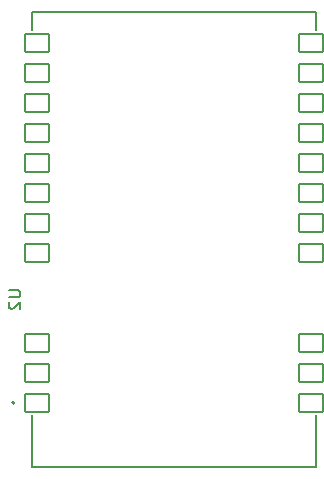
<source format=gbo>
G04 #@! TF.GenerationSoftware,KiCad,Pcbnew,7.0.11-2.fc39*
G04 #@! TF.CreationDate,2024-03-24T03:41:49+08:00*
G04 #@! TF.ProjectId,ikoka-nano-meshtastic-device,696b6f6b-612d-46e6-916e-6f2d6d657368,1.1*
G04 #@! TF.SameCoordinates,Original*
G04 #@! TF.FileFunction,Legend,Bot*
G04 #@! TF.FilePolarity,Positive*
%FSLAX46Y46*%
G04 Gerber Fmt 4.6, Leading zero omitted, Abs format (unit mm)*
G04 Created by KiCad (PCBNEW 7.0.11-2.fc39) date 2024-03-24 03:41:49*
%MOMM*%
%LPD*%
G01*
G04 APERTURE LIST*
G04 Aperture macros list*
%AMRoundRect*
0 Rectangle with rounded corners*
0 $1 Rounding radius*
0 $2 $3 $4 $5 $6 $7 $8 $9 X,Y pos of 4 corners*
0 Add a 4 corners polygon primitive as box body*
4,1,4,$2,$3,$4,$5,$6,$7,$8,$9,$2,$3,0*
0 Add four circle primitives for the rounded corners*
1,1,$1+$1,$2,$3*
1,1,$1+$1,$4,$5*
1,1,$1+$1,$6,$7*
1,1,$1+$1,$8,$9*
0 Add four rect primitives between the rounded corners*
20,1,$1+$1,$2,$3,$4,$5,0*
20,1,$1+$1,$4,$5,$6,$7,0*
20,1,$1+$1,$6,$7,$8,$9,0*
20,1,$1+$1,$8,$9,$2,$3,0*%
G04 Aperture macros list end*
%ADD10C,0.150000*%
%ADD11C,0.127000*%
%ADD12C,0.200000*%
%ADD13C,0.722000*%
%ADD14C,3.302000*%
%ADD15RoundRect,0.102000X1.040000X0.755000X-1.040000X0.755000X-1.040000X-0.755000X1.040000X-0.755000X0*%
G04 APERTURE END LIST*
D10*
X138392819Y-105918095D02*
X139202342Y-105918095D01*
X139202342Y-105918095D02*
X139297580Y-105965714D01*
X139297580Y-105965714D02*
X139345200Y-106013333D01*
X139345200Y-106013333D02*
X139392819Y-106108571D01*
X139392819Y-106108571D02*
X139392819Y-106299047D01*
X139392819Y-106299047D02*
X139345200Y-106394285D01*
X139345200Y-106394285D02*
X139297580Y-106441904D01*
X139297580Y-106441904D02*
X139202342Y-106489523D01*
X139202342Y-106489523D02*
X138392819Y-106489523D01*
X138488057Y-106918095D02*
X138440438Y-106965714D01*
X138440438Y-106965714D02*
X138392819Y-107060952D01*
X138392819Y-107060952D02*
X138392819Y-107299047D01*
X138392819Y-107299047D02*
X138440438Y-107394285D01*
X138440438Y-107394285D02*
X138488057Y-107441904D01*
X138488057Y-107441904D02*
X138583295Y-107489523D01*
X138583295Y-107489523D02*
X138678533Y-107489523D01*
X138678533Y-107489523D02*
X138821390Y-107441904D01*
X138821390Y-107441904D02*
X139392819Y-106870476D01*
X139392819Y-106870476D02*
X139392819Y-107489523D01*
D11*
X164400000Y-120850000D02*
X164400000Y-116495000D01*
X164400000Y-83885000D02*
X164400000Y-82350000D01*
X164400000Y-82350000D02*
X140400000Y-82350000D01*
X140400000Y-120850000D02*
X164400000Y-120850000D01*
X140400000Y-120850000D02*
X140400000Y-116495000D01*
X140400000Y-82350000D02*
X140400000Y-83885000D01*
D12*
X138885000Y-115420000D02*
G75*
G03*
X138685000Y-115420000I-100000J0D01*
G01*
X138685000Y-115420000D02*
G75*
G03*
X138885000Y-115420000I100000J0D01*
G01*
%LPC*%
D13*
X148189000Y-91694000D02*
G75*
G03*
X147467000Y-91694000I-361000J0D01*
G01*
X147467000Y-91694000D02*
G75*
G03*
X148189000Y-91694000I361000J0D01*
G01*
D14*
X168910000Y-118110000D03*
X135890000Y-85090000D03*
X168910000Y-85090000D03*
X135890000Y-118110000D03*
D15*
X140825000Y-115420000D03*
X140825000Y-112880000D03*
X140825000Y-110340000D03*
X140825000Y-102740000D03*
X140825000Y-100200000D03*
X140825000Y-97660000D03*
X140825000Y-95120000D03*
X140825000Y-92580000D03*
X140825000Y-90040000D03*
X140825000Y-87500000D03*
X140825000Y-84960000D03*
X163975000Y-84960000D03*
X163975000Y-87500000D03*
X163975000Y-90040000D03*
X163975000Y-92580000D03*
X163975000Y-95120000D03*
X163975000Y-97660000D03*
X163975000Y-100200000D03*
X163975000Y-102740000D03*
X163975000Y-110340000D03*
X163975000Y-112880000D03*
X163975000Y-115420000D03*
%LPD*%
M02*

</source>
